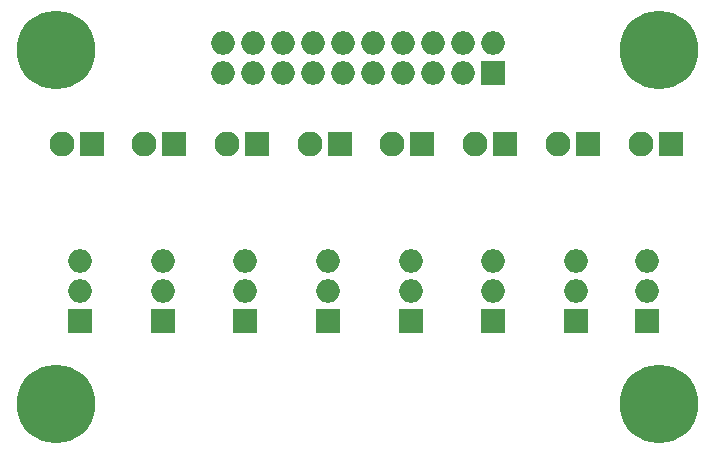
<source format=gbr>
G04 #@! TF.FileFunction,Soldermask,Top*
%FSLAX46Y46*%
G04 Gerber Fmt 4.6, Leading zero omitted, Abs format (unit mm)*
G04 Created by KiCad (PCBNEW 4.0.5) date 05/28/17 12:44:24*
%MOMM*%
%LPD*%
G01*
G04 APERTURE LIST*
%ADD10C,0.150000*%
%ADD11R,2.104800X2.104800*%
%ADD12C,2.104800*%
%ADD13C,6.654800*%
%ADD14R,2.004800X2.004800*%
%ADD15O,2.004800X2.004800*%
G04 APERTURE END LIST*
D10*
D11*
X56000000Y-12000000D03*
D12*
X53460000Y-12000000D03*
D11*
X49000000Y-12000000D03*
D12*
X46460000Y-12000000D03*
D11*
X42000000Y-12000000D03*
D12*
X39460000Y-12000000D03*
D11*
X35000000Y-12000000D03*
D12*
X32460000Y-12000000D03*
D11*
X28000000Y-12000000D03*
D12*
X25460000Y-12000000D03*
D11*
X21000000Y-12000000D03*
D12*
X18460000Y-12000000D03*
D11*
X14000000Y-12000000D03*
D12*
X11460000Y-12000000D03*
D11*
X7000000Y-12000000D03*
D12*
X4460000Y-12000000D03*
D13*
X55000000Y-34000000D03*
D14*
X41000000Y-6000000D03*
D15*
X41000000Y-3460000D03*
X38460000Y-6000000D03*
X38460000Y-3460000D03*
X35920000Y-6000000D03*
X35920000Y-3460000D03*
X33380000Y-6000000D03*
X33380000Y-3460000D03*
X30840000Y-6000000D03*
X30840000Y-3460000D03*
X28300000Y-6000000D03*
X28300000Y-3460000D03*
X25760000Y-6000000D03*
X25760000Y-3460000D03*
X23220000Y-6000000D03*
X23220000Y-3460000D03*
X20680000Y-6000000D03*
X20680000Y-3460000D03*
X18140000Y-6000000D03*
X18140000Y-3460000D03*
D13*
X55000000Y-4000000D03*
X4000000Y-4000000D03*
X4000000Y-34000000D03*
D14*
X54000000Y-27000000D03*
D15*
X54000000Y-24460000D03*
X54000000Y-21920000D03*
D14*
X48000000Y-27000000D03*
D15*
X48000000Y-24460000D03*
X48000000Y-21920000D03*
D14*
X41000000Y-27000000D03*
D15*
X41000000Y-24460000D03*
X41000000Y-21920000D03*
D14*
X34000000Y-27000000D03*
D15*
X34000000Y-24460000D03*
X34000000Y-21920000D03*
D14*
X27000000Y-27000000D03*
D15*
X27000000Y-24460000D03*
X27000000Y-21920000D03*
D14*
X20000000Y-27000000D03*
D15*
X20000000Y-24460000D03*
X20000000Y-21920000D03*
D14*
X13000000Y-27000000D03*
D15*
X13000000Y-24460000D03*
X13000000Y-21920000D03*
D14*
X6000000Y-27000000D03*
D15*
X6000000Y-24460000D03*
X6000000Y-21920000D03*
M02*

</source>
